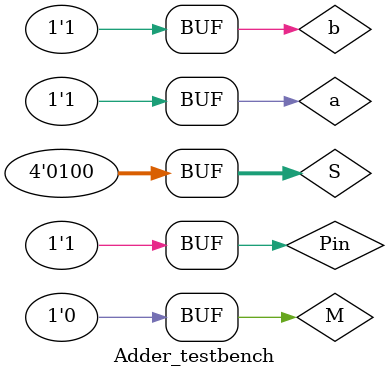
<source format=v>
/*
* Testbench for Adder
*/

`timescale 1us/1ns

module Adder_testbench();

    reg a, b;
    reg [3:0] S;
    reg M;
    reg Pin;
    wire D, F;
    wire R;
    wire Pout;

    localparam PERIOD = 1;

    Adder UUT(
        .a          (a),
        .b          (b),
        .S          (S),
        .M          (M),
        .Pin        (Pin),
        .D          (D),
        .F          (F),
        .R          (R),
        .Pout       (Pout)
    );

    initial begin
        $dumpfile("./Adder.vcd");
        $dumpvars(0, Adder_testbench);

        a = 0;
        b = 0;
        S = 4'b0110;
        M = 1;
        Pin = 1;
        #PERIOD;

        a = 0;
        b = 1;
        S = 4'b0110;
        M = 1;
        Pin = 1;
        #PERIOD;

        a = 1;
        b = 0;
        S = 4'b0110;
        M = 1;
        Pin = 1;
        #PERIOD;

        a = 1;
        b = 1;
        S = 4'b0110;
        M = 1;
        Pin = 1;
        #PERIOD;

        a = 0;
        b = 0;
        S = 4'b0110;
        M = 1;
        Pin = 1;
        #PERIOD;

        a = 0;
        b = 1;
        S = 4'b0110;
        M = 1;
        Pin = 1;
        #PERIOD;

        a = 1;
        b = 0;
        S = 4'b0110;
        M = 1;
        Pin = 1;
        #PERIOD;

        a = 1;
        b = 1;
        S = 4'b0110;
        M = 1;
        Pin = 1;
        #PERIOD;

        a = 0;
        b = 0;
        S = 4'b1001;
        M = 1;
        Pin = 0;
        #PERIOD;

        a = 0;
        b = 1;
        S = 4'b1001;
        M = 1;
        Pin = 0;
        #PERIOD;

        a = 1;
        b = 0;
        S = 4'b1001;
        M = 1;
        Pin = 0;
        #PERIOD;

        a = 1;
        b = 1;
        S = 4'b1001;
        M = 1;
        Pin = 0;
        #PERIOD;

        a = 0;
        b = 0;
        S = 4'b1001;
        M = 1;
        Pin = 1;
        #PERIOD;

        a = 0;
        b = 1;
        S = 4'b1001;
        M = 1;
        Pin = 1;
        #PERIOD;

        a = 1;
        b = 0;
        S = 4'b1001;
        M = 1;
        Pin = 1;
        #PERIOD;

        a = 1;
        b = 1;
        S = 4'b1001;
        M = 1;
        Pin = 1;
        #PERIOD;

        a = 0;
        b = 0;
        S = 4'b0001;
        M = 0;
        #PERIOD;

        a = 0;
        b = 1;
        S = 4'b0001;
        M = 0;
        #PERIOD;

        a = 1;
        b = 0;
        S = 4'b0001;
        M = 0;
        #PERIOD;

        a = 1;
        b = 1;
        S = 4'b0001;
        M = 0;
        #PERIOD;

        a = 0;
        b = 0;
        S = 4'b0100;
        M = 0;
        #PERIOD;

        a = 0;
        b = 1;
        S = 4'b0100;
        M = 0;
        #PERIOD;

        a = 1;
        b = 0;
        S = 4'b0100;
        M = 0;
        #PERIOD;

        a = 1;
        b = 1;
        S = 4'b0100;
        M = 0;
        #PERIOD;
    end

endmodule


</source>
